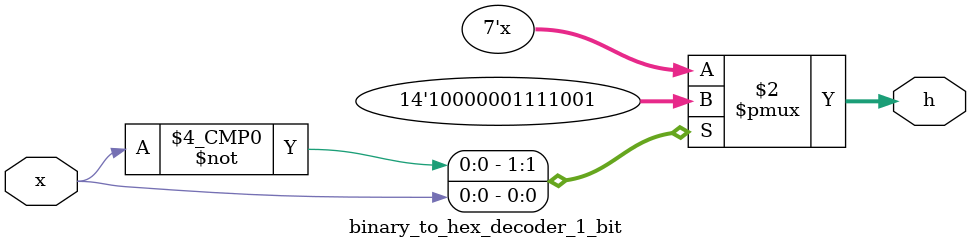
<source format=v>
module binary_to_hex_decoder_1_bit(
	input x,
	output reg [0:6]h);
	
	always @(x)
		case(x)
			0: h = 7'b1000000;
			1: h = 7'b1111001;
		endcase
	
endmodule
</source>
